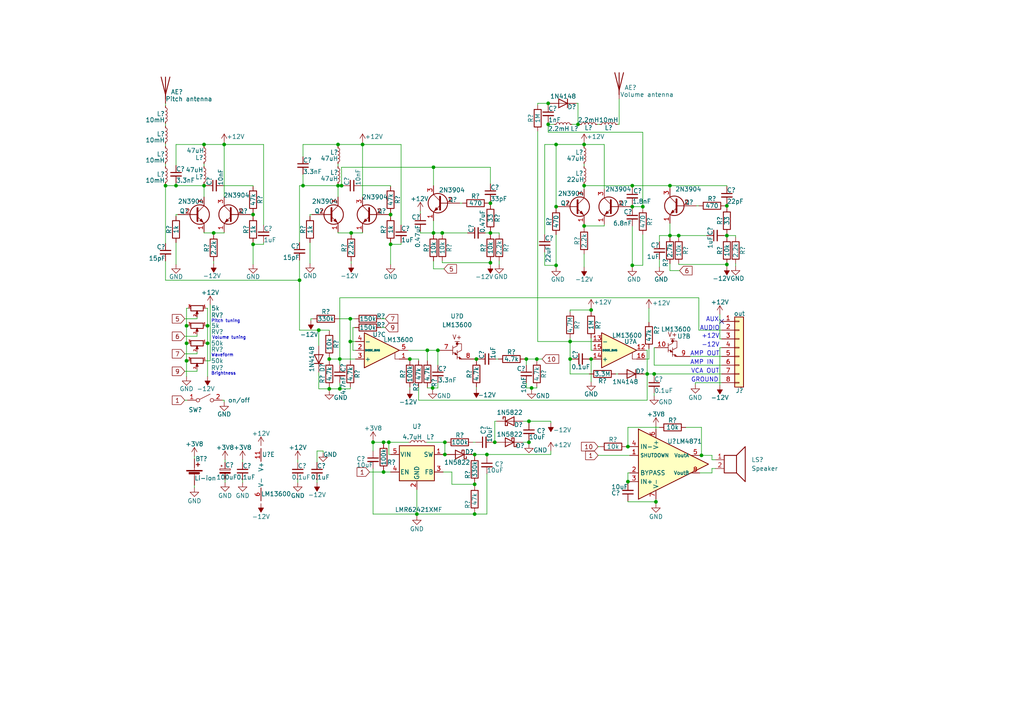
<source format=kicad_sch>
(kicad_sch (version 20211123) (generator eeschema)
  (paper "A4")
  (title_block (title "Moog etherwave theremin, battery powered.") (date "2022-12-26") (comment 2 "Mikhail Belkin (dltech174@gmail.com +7-960-961-54-27)"))
  (junction (at 142.24 76.2))
  (junction (at 143.51 128.27))
  (junction (at 87.884 53.848))
  (junction (at 196.85 68.326))
  (junction (at 129.032 128.27))
  (junction (at 101.6 92.456))
  (junction (at 141.224 131.826))
  (junction (at 210.82 59.69))
  (junction (at 165.354 104.14))
  (junction (at 190.246 145.542))
  (junction (at 118.872 104.14))
  (junction (at 113.284 62.23))
  (junction (at 159.004 29.972))
  (junction (at 98.044 41.91))
  (junction (at 153.416 128.27))
  (junction (at 183.388 53.848))
  (junction (at 125.73 67.564))
  (junction (at 86.868 81.28))
  (junction (at 113.284 70.866))
  (junction (at 95.504 112.776))
  (junction (at 99.06 53.848))
  (junction (at 194.31 53.848))
  (junction (at 98.552 104.14))
  (junction (at 171.45 104.14))
  (junction (at 108.204 128.27))
  (junction (at 101.854 67.564))
  (junction (at 61.976 67.564))
  (junction (at 210.82 68.326))
  (junction (at 128.27 67.564))
  (junction (at 194.31 68.326))
  (junction (at 111.252 128.27))
  (junction (at 60.198 99.568))
  (junction (at 182.118 139.7))
  (junction (at 159.004 36.068))
  (junction (at 161.29 59.944))
  (junction (at 123.952 101.6))
  (junction (at 137.668 140.462))
  (junction (at 59.182 53.848))
  (junction (at 167.64 36.068))
  (junction (at 155.702 104.14))
  (junction (at 129.032 131.826))
  (junction (at 142.24 67.564))
  (junction (at 112.776 128.27))
  (junction (at 153.416 122.174))
  (junction (at 98.044 53.848))
  (junction (at 92.456 95.758))
  (junction (at 101.6 99.06))
  (junction (at 169.418 53.848))
  (junction (at 161.29 41.91))
  (junction (at 125.476 112.522))
  (junction (at 154.178 112.522))
  (junction (at 183.388 59.944))
  (junction (at 54.102 104.648))
  (junction (at 120.904 149.098))
  (junction (at 186.436 59.944))
  (junction (at 137.668 131.826))
  (junction (at 142.24 58.928))
  (junction (at 125.73 48.514))
  (junction (at 138.176 104.14))
  (junction (at 161.29 76.962))
  (junction (at 127 101.6))
  (junction (at 189.738 108.458))
  (junction (at 182.118 129.54))
  (junction (at 98.552 112.776))
  (junction (at 187.706 108.458))
  (junction (at 73.406 70.866))
  (junction (at 152.654 104.14))
  (junction (at 210.82 76.708))
  (junction (at 51.054 53.848))
  (junction (at 183.388 76.962))
  (junction (at 171.45 89.916))
  (junction (at 54.102 99.568))
  (junction (at 105.156 41.91))
  (junction (at 111.252 136.906))
  (junction (at 60.198 94.488))
  (junction (at 48.006 53.848))
  (junction (at 165.354 99.06))
  (junction (at 203.454 132.08))
  (junction (at 54.102 94.488))
  (junction (at 169.418 65.532))
  (junction (at 95.504 104.14))
  (junction (at 169.418 41.91))
  (junction (at 73.406 62.23))
  (junction (at 65.024 41.91))
  (junction (at 59.182 41.91))
  (junction (at 137.668 149.098))
  (no_connect (at 209.296 93.218))
  (wire (pts (xy 87.884 45.466) (xy 87.884 41.91)))
  (wire (pts (xy 123.952 101.6) (xy 127 101.6)))
  (wire (pts (xy 213.36 68.834) (xy 213.36 68.326)))
  (wire (pts (xy 111.252 136.398) (xy 111.252 136.906)))
  (wire (pts (xy 51.054 41.91) (xy 59.182 41.91)))
  (wire (pts (xy 48.006 53.34) (xy 48.006 53.848)))
  (wire (pts (xy 90.17 92.456) (xy 90.678 92.456)))
  (wire (pts (xy 53.594 116.078) (xy 54.356 116.078)))
  (wire (pts (xy 95.504 112.776) (xy 95.504 113.284)))
  (wire (pts (xy 125.73 48.514) (xy 142.24 48.514)))
  (wire (pts (xy 182.88 59.944) (xy 183.388 59.944)))
  (wire (pts (xy 112.776 128.27) (xy 118.618 128.27)))
  (wire (pts (xy 142.24 58.42) (xy 142.24 58.928)))
  (wire (pts (xy 65.278 133.35) (xy 65.278 134.112)))
  (wire (pts (xy 121.412 116.078) (xy 187.706 116.078)))
  (wire (pts (xy 101.854 67.564) (xy 101.854 68.072)))
  (wire (pts (xy 61.976 67.564) (xy 65.024 67.564)))
  (wire (pts (xy 155.956 29.972) (xy 159.004 29.972)))
  (wire (pts (xy 138.176 112.268) (xy 138.176 112.776)))
  (wire (pts (xy 60.198 94.488) (xy 60.198 99.568)))
  (wire (pts (xy 128.27 67.564) (xy 125.73 67.564)))
  (wire (pts (xy 129.032 128.27) (xy 129.54 128.27)))
  (wire (pts (xy 179.07 36.068) (xy 179.578 36.068)))
  (wire (pts (xy 153.416 122.174) (xy 159.766 122.174)))
  (wire (pts (xy 76.454 41.91) (xy 76.454 65.278)))
  (wire (pts (xy 201.676 110.998) (xy 209.296 110.998)))
  (wire (pts (xy 53.594 102.616) (xy 57.15 102.616)))
  (wire (pts (xy 169.418 47.498) (xy 169.418 48.26)))
  (wire (pts (xy 154.178 112.522) (xy 154.178 113.03)))
  (wire (pts (xy 188.214 89.408) (xy 188.214 93.472)))
  (wire (pts (xy 99.06 48.514) (xy 125.73 48.514)))
  (wire (pts (xy 65.024 41.91) (xy 65.024 57.15)))
  (wire (pts (xy 202.946 137.16) (xy 206.502 137.16)))
  (wire (pts (xy 101.854 75.692) (xy 101.854 76.454)))
  (wire (pts (xy 60.198 94.488) (xy 59.69 94.488)))
  (wire (pts (xy 189.738 114.046) (xy 189.738 114.808)))
  (wire (pts (xy 127 112.522) (xy 127 110.998)))
  (wire (pts (xy 170.942 104.14) (xy 171.45 104.14)))
  (wire (pts (xy 98.044 41.91) (xy 98.044 42.418)))
  (wire (pts (xy 51.054 53.848) (xy 59.182 53.848)))
  (wire (pts (xy 98.552 104.14) (xy 103.124 104.14)))
  (wire (pts (xy 48.006 81.28) (xy 48.006 75.692)))
  (wire (pts (xy 159.004 36.068) (xy 159.004 35.56)))
  (wire (pts (xy 101.6 104.648) (xy 101.6 99.06)))
  (wire (pts (xy 92.456 112.776) (xy 95.504 112.776)))
  (wire (pts (xy 182.118 145.542) (xy 190.246 145.542)))
  (wire (pts (xy 121.412 104.14) (xy 121.412 104.648)))
  (wire (pts (xy 54.102 94.488) (xy 54.61 94.488)))
  (wire (pts (xy 73.406 70.866) (xy 73.406 76.708)))
  (wire (pts (xy 161.29 60.452) (xy 161.29 59.944)))
  (wire (pts (xy 181.61 129.54) (xy 182.118 129.54)))
  (wire (pts (xy 113.284 131.826) (xy 112.776 131.826)))
  (wire (pts (xy 113.284 62.23) (xy 113.284 62.738)))
  (wire (pts (xy 138.176 104.14) (xy 138.684 104.14)))
  (wire (pts (xy 143.764 104.14) (xy 144.526 104.14)))
  (wire (pts (xy 60.198 99.568) (xy 59.69 99.568)))
  (wire (pts (xy 165.354 99.06) (xy 165.354 98.044)))
  (wire (pts (xy 108.204 135.89) (xy 108.204 149.098)))
  (wire (pts (xy 73.406 53.848) (xy 64.77 53.848)))
  (wire (pts (xy 203.454 123.952) (xy 203.454 132.08)))
  (wire (pts (xy 61.976 67.564) (xy 61.976 68.072)))
  (wire (pts (xy 138.176 104.14) (xy 138.176 104.648)))
  (wire (pts (xy 209.296 98.298) (xy 208.788 98.298)))
  (wire (pts (xy 107.188 136.906) (xy 111.252 136.906)))
  (wire (pts (xy 57.15 97.536) (xy 57.15 97.028)))
  (wire (pts (xy 153.416 128.27) (xy 153.416 127.762)))
  (wire (pts (xy 210.82 59.69) (xy 210.82 59.182)))
  (wire (pts (xy 206.502 133.35) (xy 207.518 133.35)))
  (wire (pts (xy 135.636 67.564) (xy 128.27 67.564)))
  (wire (pts (xy 120.904 149.098) (xy 108.204 149.098)))
  (wire (pts (xy 196.85 68.326) (xy 196.85 68.834)))
  (wire (pts (xy 153.416 128.27) (xy 153.416 128.778)))
  (wire (pts (xy 210.82 54.102) (xy 210.82 53.848)))
  (wire (pts (xy 161.29 59.944) (xy 161.29 41.91)))
  (wire (pts (xy 101.854 67.564) (xy 105.156 67.564)))
  (wire (pts (xy 165.354 89.916) (xy 171.45 89.916)))
  (wire (pts (xy 141.224 131.826) (xy 159.766 131.826)))
  (wire (pts (xy 194.31 68.326) (xy 194.31 68.834)))
  (wire (pts (xy 173.228 36.068) (xy 173.99 36.068)))
  (wire (pts (xy 51.054 70.358) (xy 51.054 76.708)))
  (wire (pts (xy 65.024 67.564) (xy 65.024 67.31)))
  (wire (pts (xy 89.916 62.738) (xy 89.916 62.23)))
  (wire (pts (xy 98.044 53.848) (xy 98.044 57.15)))
  (wire (pts (xy 125.73 77.978) (xy 125.73 75.692)))
  (wire (pts (xy 182.118 140.208) (xy 182.118 139.7)))
  (wire (pts (xy 98.298 92.456) (xy 101.6 92.456)))
  (wire (pts (xy 187.706 108.458) (xy 189.738 108.458)))
  (wire (pts (xy 105.156 67.564) (xy 105.156 67.31)))
  (wire (pts (xy 98.044 67.564) (xy 101.854 67.564)))
  (wire (pts (xy 59.182 53.848) (xy 59.182 57.15)))
  (wire (pts (xy 118.364 104.14) (xy 118.872 104.14)))
  (wire (pts (xy 86.36 133.35) (xy 86.36 134.112)))
  (wire (pts (xy 86.868 81.28) (xy 86.868 95.758)))
  (wire (pts (xy 105.156 41.402) (xy 105.156 41.91)))
  (wire (pts (xy 99.06 48.514) (xy 99.06 53.848)))
  (wire (pts (xy 186.436 60.452) (xy 186.436 59.944)))
  (wire (pts (xy 157.988 73.152) (xy 157.988 76.962)))
  (wire (pts (xy 159.766 131.826) (xy 159.766 130.81)))
  (wire (pts (xy 143.51 128.27) (xy 144.018 128.27)))
  (wire (pts (xy 169.418 41.91) (xy 169.418 42.418)))
  (wire (pts (xy 127 101.6) (xy 127 105.918)))
  (wire (pts (xy 137.668 140.462) (xy 137.668 140.97)))
  (wire (pts (xy 142.24 59.436) (xy 142.24 58.928)))
  (wire (pts (xy 110.49 92.456) (xy 111.76 92.456)))
  (wire (pts (xy 98.552 112.776) (xy 98.552 110.998)))
  (wire (pts (xy 169.418 73.66) (xy 169.418 77.47)))
  (wire (pts (xy 98.552 105.918) (xy 98.552 104.14)))
  (wire (pts (xy 120.904 149.098) (xy 120.904 149.606)))
  (wire (pts (xy 98.552 104.14) (xy 98.552 86.36)))
  (wire (pts (xy 155.702 104.648) (xy 155.702 104.14)))
  (wire (pts (xy 182.118 145.288) (xy 182.118 145.542)))
  (wire (pts (xy 137.668 139.954) (xy 137.668 140.462)))
  (wire (pts (xy 173.482 132.08) (xy 182.626 132.08)))
  (wire (pts (xy 196.85 76.708) (xy 196.85 76.454)))
  (wire (pts (xy 95.504 95.758) (xy 92.456 95.758)))
  (wire (pts (xy 59.69 89.408) (xy 60.198 89.408)))
  (wire (pts (xy 129.032 131.826) (xy 129.032 128.27)))
  (wire (pts (xy 98.552 104.14) (xy 95.504 104.14)))
  (wire (pts (xy 182.118 139.7) (xy 182.626 139.7)))
  (wire (pts (xy 171.45 101.6) (xy 171.45 98.044)))
  (wire (pts (xy 120.904 141.986) (xy 120.904 149.098)))
  (wire (pts (xy 65.278 139.192) (xy 65.278 139.954)))
  (wire (pts (xy 121.92 67.056) (xy 121.92 67.564)))
  (wire (pts (xy 129.032 131.826) (xy 129.54 131.826)))
  (wire (pts (xy 125.73 64.008) (xy 125.73 67.564)))
  (wire (pts (xy 194.31 53.848) (xy 194.31 54.61)))
  (wire (pts (xy 48.006 53.848) (xy 51.054 53.848)))
  (wire (pts (xy 183.388 65.532) (xy 183.388 76.962)))
  (wire (pts (xy 101.6 92.456) (xy 101.6 99.06)))
  (wire (pts (xy 187.706 108.458) (xy 187.706 116.078)))
  (wire (pts (xy 118.872 104.14) (xy 121.412 104.14)))
  (wire (pts (xy 137.16 131.826) (xy 137.668 131.826)))
  (wire (pts (xy 128.27 76.2) (xy 142.24 76.2)))
  (wire (pts (xy 190.246 145.542) (xy 190.246 146.05)))
  (wire (pts (xy 154.178 112.522) (xy 155.702 112.522)))
  (wire (pts (xy 196.85 76.708) (xy 210.82 76.708)))
  (wire (pts (xy 98.552 86.36) (xy 202.692 86.36)))
  (wire (pts (xy 125.73 67.564) (xy 121.92 67.564)))
  (wire (pts (xy 183.388 77.47) (xy 183.388 76.962)))
  (wire (pts (xy 182.118 123.952) (xy 182.118 129.54)))
  (wire (pts (xy 111.252 136.906) (xy 113.284 136.906)))
  (wire (pts (xy 118.872 112.268) (xy 118.872 113.03)))
  (wire (pts (xy 137.16 128.27) (xy 137.922 128.27)))
  (wire (pts (xy 187.706 108.458) (xy 187.706 101.6)))
  (wire (pts (xy 141.224 137.414) (xy 141.224 149.098)))
  (wire (pts (xy 161.29 41.91) (xy 169.418 41.91)))
  (wire (pts (xy 173.482 129.54) (xy 173.99 129.54)))
  (wire (pts (xy 59.182 53.848) (xy 59.69 53.848)))
  (wire (pts (xy 152.654 104.14) (xy 155.702 104.14)))
  (wire (pts (xy 60.96 88.392) (xy 60.96 104.648)))
  (wire (pts (xy 159.766 122.174) (xy 159.766 122.682)))
  (wire (pts (xy 51.054 62.23) (xy 51.562 62.23)))
  (wire (pts (xy 202.692 95.758) (xy 202.692 86.36)))
  (wire (pts (xy 137.668 149.098) (xy 120.904 149.098)))
  (wire (pts (xy 161.29 77.47) (xy 161.29 76.962)))
  (wire (pts (xy 179.578 28.702) (xy 179.578 36.068)))
  (wire (pts (xy 73.406 62.23) (xy 73.406 62.738)))
  (wire (pts (xy 92.456 107.95) (xy 92.456 112.776)))
  (wire (pts (xy 140.716 67.564) (xy 142.24 67.564)))
  (wire (pts (xy 155.702 104.14) (xy 157.226 104.14)))
  (wire (pts (xy 123.952 101.6) (xy 123.952 104.648)))
  (wire (pts (xy 144.78 75.692) (xy 144.78 76.708)))
  (wire (pts (xy 87.884 41.91) (xy 98.044 41.91)))
  (wire (pts (xy 118.364 101.6) (xy 123.952 101.6)))
  (wire (pts (xy 86.868 81.28) (xy 48.006 81.28)))
  (wire (pts (xy 203.454 132.08) (xy 206.502 132.08)))
  (wire (pts (xy 165.354 108.458) (xy 170.942 108.458)))
  (wire (pts (xy 165.354 99.06) (xy 155.956 99.06)))
  (wire (pts (xy 155.956 38.1) (xy 155.956 99.06)))
  (wire (pts (xy 143.002 128.27) (xy 143.51 128.27)))
  (wire (pts (xy 137.668 131.826) (xy 141.224 131.826)))
  (wire (pts (xy 51.054 48.006) (xy 51.054 41.91)))
  (wire (pts (xy 101.6 99.06) (xy 103.124 99.06)))
  (wire (pts (xy 155.702 112.522) (xy 155.702 112.268)))
  (wire (pts (xy 72.644 62.23) (xy 73.406 62.23)))
  (wire (pts (xy 131.064 136.906) (xy 131.064 140.462)))
  (wire (pts (xy 105.156 41.91) (xy 105.156 57.15)))
  (wire (pts (xy 65.024 41.402) (xy 65.024 41.91)))
  (wire (pts (xy 159.004 36.068) (xy 159.004 38.354)))
  (wire (pts (xy 73.406 61.722) (xy 73.406 62.23)))
  (wire (pts (xy 54.102 104.648) (xy 54.102 109.22)))
  (wire (pts (xy 86.868 53.848) (xy 86.868 70.358)))
  (wire (pts (xy 186.436 38.354) (xy 159.004 38.354)))
  (wire (pts (xy 70.358 133.35) (xy 70.358 134.112)))
  (wire (pts (xy 127 101.6) (xy 127.508 101.6)))
  (wire (pts (xy 159.004 30.48) (xy 159.004 29.972)))
  (wire (pts (xy 113.284 70.358) (xy 113.284 70.866)))
  (wire (pts (xy 213.36 68.326) (xy 210.82 68.326)))
  (wire (pts (xy 161.29 76.962) (xy 157.988 76.962)))
  (wire (pts (xy 159.004 36.068) (xy 160.782 36.068)))
  (wire (pts (xy 101.6 112.776) (xy 101.6 112.268)))
  (wire (pts (xy 142.24 76.2) (xy 142.24 76.708)))
  (wire (pts (xy 200.152 103.378) (xy 209.296 103.378)))
  (wire (pts (xy 190.246 123.698) (xy 190.246 124.46)))
  (wire (pts (xy 128.524 131.826) (xy 129.032 131.826)))
  (wire (pts (xy 196.85 68.326) (xy 194.31 68.326)))
  (wire (pts (xy 142.24 76.2) (xy 142.24 75.692)))
  (wire (pts (xy 54.102 99.568) (xy 54.102 104.648)))
  (wire (pts (xy 99.568 53.848) (xy 99.06 53.848)))
  (wire (pts (xy 54.102 99.568) (xy 54.61 99.568)))
  (wire (pts (xy 112.776 62.23) (xy 113.284 62.23)))
  (wire (pts (xy 95.504 96.012) (xy 95.504 95.758)))
  (wire (pts (xy 187.198 104.14) (xy 188.214 104.14)))
  (wire (pts (xy 125.476 112.522) (xy 125.476 113.03)))
  (wire (pts (xy 187.706 101.6) (xy 187.198 101.6)))
  (wire (pts (xy 57.15 102.616) (xy 57.15 102.108)))
  (wire (pts (xy 169.418 53.848) (xy 169.418 54.864)))
  (wire (pts (xy 129.032 128.27) (xy 123.698 128.27)))
  (wire (pts (xy 86.868 75.438) (xy 86.868 81.28)))
  (wire (pts (xy 128.27 67.564) (xy 128.27 68.072)))
  (wire (pts (xy 53.594 97.536) (xy 57.15 97.536)))
  (wire (pts (xy 208.788 91.186) (xy 208.788 98.298)))
  (wire (pts (xy 116.332 70.358) (xy 116.332 70.866)))
  (wire (pts (xy 65.024 116.078) (xy 65.024 116.586)))
  (wire (pts (xy 91.948 130.81) (xy 93.726 130.81)))
  (wire (pts (xy 194.31 64.77) (xy 194.31 68.326)))
  (wire (pts (xy 131.064 136.906) (xy 128.524 136.906)))
  (wire (pts (xy 186.436 59.944) (xy 186.436 38.354)))
  (wire (pts (xy 137.668 131.826) (xy 137.668 132.334)))
  (wire (pts (xy 59.182 67.31) (xy 59.182 67.564)))
  (wire (pts (xy 118.872 104.14) (xy 118.872 104.648)))
  (wire (pts (xy 53.594 92.456) (xy 57.15 92.456)))
  (wire (pts (xy 213.36 76.454) (xy 213.36 77.216)))
  (wire (pts (xy 87.884 53.848) (xy 98.044 53.848)))
  (wire (pts (xy 171.958 101.6) (xy 171.45 101.6)))
  (wire (pts (xy 113.284 54.102) (xy 113.284 53.848)))
  (wire (pts (xy 171.45 104.14) (xy 171.958 104.14)))
  (wire (pts (xy 167.64 29.972) (xy 167.132 29.972)))
  (wire (pts (xy 48.006 47.498) (xy 48.006 48.26)))
  (wire (pts (xy 206.502 132.08) (xy 206.502 133.35)))
  (wire (pts (xy 51.054 62.738) (xy 51.054 62.23)))
  (wire (pts (xy 142.24 67.056) (xy 142.24 67.564)))
  (wire (pts (xy 161.29 68.072) (xy 161.29 76.962)))
  (wire (pts (xy 191.262 123.952) (xy 182.118 123.952)))
  (wire (pts (xy 121.412 112.268) (xy 121.412 116.078)))
  (wire (pts (xy 54.102 94.488) (xy 54.102 99.568)))
  (wire (pts (xy 151.638 128.27) (xy 153.416 128.27)))
  (wire (pts (xy 153.416 122.174) (xy 153.416 122.682)))
  (wire (pts (xy 151.638 122.174) (xy 153.416 122.174)))
  (wire (pts (xy 197.104 78.486) (xy 194.31 78.486)))
  (wire (pts (xy 133.35 58.928) (xy 134.112 58.928)))
  (wire (pts (xy 101.6 92.456) (xy 102.87 92.456)))
  (wire (pts (xy 189.992 100.838) (xy 189.738 100.838)))
  (wire (pts (xy 48.006 29.972) (xy 48.006 30.734)))
  (wire (pts (xy 165.354 90.424) (xy 165.354 89.916)))
  (wire (pts (xy 194.31 78.486) (xy 194.31 76.454)))
  (wire (pts (xy 165.862 36.068) (xy 167.64 36.068)))
  (wire (pts (xy 61.976 75.692) (xy 61.976 76.454)))
  (wire (pts (xy 86.868 95.758) (xy 92.456 95.758)))
  (wire (pts (xy 189.738 100.838) (xy 189.738 105.918)))
  (wire (pts (xy 102.362 94.996) (xy 102.362 101.6)))
  (wire (pts (xy 121.92 61.214) (xy 121.92 61.976)))
  (wire (pts (xy 157.988 68.072) (xy 157.988 41.91)))
  (wire (pts (xy 98.552 112.776) (xy 101.6 112.776)))
  (wire (pts (xy 98.044 67.31) (xy 98.044 67.564)))
  (wire (pts (xy 95.504 112.776) (xy 95.504 112.268)))
  (wire (pts (xy 183.388 53.848) (xy 194.31 53.848)))
  (wire (pts (xy 191.262 75.184) (xy 191.262 77.47)))
  (wire (pts (xy 86.868 53.848) (xy 87.884 53.848)))
  (wire (pts (xy 191.262 68.326) (xy 194.31 68.326)))
  (wire (pts (xy 65.024 41.91) (xy 76.454 41.91)))
  (wire (pts (xy 70.358 139.192) (xy 70.358 139.954)))
  (wire (pts (xy 201.93 59.69) (xy 202.692 59.69)))
  (wire (pts (xy 113.284 61.722) (xy 113.284 62.23)))
  (wire (pts (xy 169.418 53.34) (xy 169.418 53.848)))
  (wire (pts (xy 191.262 70.104) (xy 191.262 68.326)))
  (wire (pts (xy 48.006 41.656) (xy 48.006 42.418)))
  (wire (pts (xy 102.87 94.996) (xy 102.362 94.996)))
  (wire (pts (xy 196.85 68.326) (xy 204.978 68.326)))
  (wire (pts (xy 189.738 108.458) (xy 189.738 108.966)))
  (wire (pts (xy 210.82 59.69) (xy 210.82 60.198)))
  (wire (pts (xy 171.45 104.14) (xy 171.45 110.744)))
  (wire (pts (xy 175.26 41.91) (xy 169.418 41.91)))
  (wire (pts (xy 91.948 134.112) (xy 91.948 130.81)))
  (wire (pts (xy 142.24 67.564) (xy 142.24 68.072)))
  (wire (pts (xy 54.102 89.408) (xy 54.102 94.488)))
  (wire (pts (xy 210.82 76.708) (xy 210.82 77.216)))
  (wire (pts (xy 210.82 76.454) (xy 210.82 76.708)))
  (wire (pts (xy 171.45 89.916) (xy 171.45 90.424)))
  (wire (pts (xy 171.958 99.06) (xy 165.354 99.06)))
  (wire (pts (xy 113.284 76.708) (xy 113.284 70.866)))
  (wire (pts (xy 87.884 50.546) (xy 87.884 53.848)))
  (wire (pts (xy 48.006 35.814) (xy 48.006 36.576)))
  (wire (pts (xy 167.64 36.068) (xy 168.148 36.068)))
  (wire (pts (xy 123.952 112.522) (xy 125.476 112.522)))
  (wire (pts (xy 182.118 139.7) (xy 182.118 137.16)))
  (wire (pts (xy 169.418 65.532) (xy 169.418 66.04)))
  (wire (pts (xy 210.312 59.69) (xy 210.82 59.69)))
  (wire (pts (xy 51.054 53.086) (xy 51.054 53.848)))
  (wire (pts (xy 209.296 95.758) (xy 202.692 95.758)))
  (wire (pts (xy 208.788 111.76) (xy 208.788 100.838)))
  (wire (pts (xy 198.882 123.952) (xy 203.454 123.952)))
  (wire (pts (xy 159.004 29.972) (xy 159.512 29.972)))
  (wire (pts (xy 142.24 67.564) (xy 144.78 67.564)))
  (wire (pts (xy 89.916 62.23) (xy 90.424 62.23)))
  (wire (pts (xy 144.018 122.174) (xy 143.51 122.174)))
  (wire (pts (xy 169.418 65.024) (xy 169.418 65.532)))
  (wire (pts (xy 210.82 53.848) (xy 194.31 53.848)))
  (wire (pts (xy 169.418 53.848) (xy 183.388 53.848)))
  (wire (pts (xy 161.29 59.944) (xy 161.798 59.944)))
  (wire (pts (xy 210.82 68.326) (xy 210.82 68.834)))
  (wire (pts (xy 186.436 68.072) (xy 186.436 76.962)))
  (wire (pts (xy 210.82 67.818) (xy 210.82 68.326)))
  (wire (pts (xy 59.69 104.648) (xy 60.96 104.648)))
  (wire (pts (xy 108.204 127.762) (xy 108.204 128.27)))
  (wire (pts (xy 137.668 104.14) (xy 138.176 104.14)))
  (wire (pts (xy 141.224 149.098) (xy 137.668 149.098)))
  (wire (pts (xy 183.388 59.944) (xy 183.388 60.452)))
  (wire (pts (xy 56.388 132.334) (xy 56.388 133.096)))
  (wire (pts (xy 76.454 70.358) (xy 76.454 70.866)))
  (wire (pts (xy 59.182 67.564) (xy 61.976 67.564)))
  (wire (pts (xy 54.102 104.648) (xy 54.61 104.648)))
  (wire (pts (xy 125.476 112.522) (xy 127 112.522)))
  (wire (pts (xy 89.916 70.358) (xy 89.916 76.454)))
  (wire (pts (xy 57.15 92.456) (xy 57.15 91.948)))
  (wire (pts (xy 98.044 53.34) (xy 98.044 53.848)))
  (wire (pts (xy 125.73 48.514) (xy 125.73 53.848)))
  (wire (pts (xy 76.454 70.866) (xy 73.406 70.866)))
  (wire (pts (xy 183.388 59.436) (xy 183.388 59.944)))
  (wire (pts (xy 92.456 95.758) (xy 92.456 100.33)))
  (wire (pts (xy 98.044 53.848) (xy 99.06 53.848)))
  (wire (pts (xy 144.78 68.072) (xy 144.78 67.564)))
  (wire (pts (xy 95.504 104.14) (xy 95.504 104.648)))
  (wire (pts (xy 175.26 54.864) (xy 175.26 41.91)))
  (wire (pts (xy 59.182 41.91) (xy 65.024 41.91)))
  (wire (pts (xy 152.654 112.522) (xy 152.654 110.998)))
  (wire (pts (xy 157.988 41.91) (xy 161.29 41.91)))
  (wire (pts (xy 64.516 116.078) (xy 65.024 116.078)))
  (wire (pts (xy 95.504 103.632) (xy 95.504 104.14)))
  (wire (pts (xy 137.668 149.098) (xy 137.668 148.59)))
  (wire (pts (xy 57.15 107.696) (xy 57.15 107.188)))
  (wire (pts (xy 171.45 89.408) (xy 171.45 89.916)))
  (wire (pts (xy 142.24 58.928) (xy 141.732 58.928)))
  (wire (pts (xy 189.738 108.458) (xy 209.296 108.458)))
  (wire (pts (xy 206.502 137.16) (xy 206.502 135.89)))
  (wire (pts (xy 183.388 76.962) (xy 186.436 76.962)))
  (wire (pts (xy 56.388 140.716) (xy 56.388 141.478)))
  (wire (pts (xy 111.252 128.27) (xy 111.252 128.778)))
  (wire (pts (xy 182.118 137.16) (xy 182.626 137.16)))
  (wire (pts (xy 186.436 59.944) (xy 183.388 59.944)))
  (wire (pts (xy 201.676 111.506) (xy 201.676 110.998)))
  (wire (pts (xy 86.36 139.192) (xy 86.36 139.954)))
  (wire (pts (xy 154.178 112.522) (xy 152.654 112.522)))
  (wire (pts (xy 208.788 100.838) (xy 209.296 100.838)))
  (wire (pts (xy 152.146 104.14) (xy 152.654 104.14)))
  (wire (pts (xy 206.502 135.89) (xy 207.518 135.89)))
  (wire (pts (xy 111.252 128.27) (xy 112.776 128.27)))
  (wire (pts (xy 152.654 104.14) (xy 152.654 105.918)))
  (wire (pts (xy 73.406 70.358) (xy 73.406 70.866)))
  (wire (pts (xy 60.198 89.408) (xy 60.198 94.488)))
  (wire (pts (xy 59.182 53.34) (xy 59.182 53.848)))
  (wire (pts (xy 73.406 54.102) (xy 73.406 53.848)))
  (wire (pts (xy 48.006 70.612) (xy 48.006 53.848)))
  (wire (pts (xy 169.418 65.532) (xy 175.26 65.532)))
  (wire (pts (xy 186.944 108.458) (xy 187.706 108.458)))
  (wire (pts (xy 183.388 53.848) (xy 183.388 54.356)))
  (wire (pts (xy 59.182 47.498) (xy 59.182 48.26)))
  (wire (pts (xy 165.354 99.06) (xy 165.354 104.14)))
  (wire (pts (xy 203.454 132.08) (xy 202.946 132.08)))
  (wire (pts (xy 169.418 41.402) (xy 169.418 41.91)))
  (wire (pts (xy 141.224 131.826) (xy 141.224 132.334)))
  (wire (pts (xy 137.668 140.462) (xy 131.064 140.462)))
  (wire (pts (xy 95.504 112.776) (xy 98.552 112.776)))
  (wire (pts (xy 59.182 41.91) (xy 59.182 42.418)))
  (wire (pts (xy 178.562 108.458) (xy 179.324 108.458)))
  (wire (pts (xy 105.156 41.91) (xy 116.332 41.91)))
  (wire (pts (xy 102.362 101.6) (xy 103.124 101.6)))
  (wire (pts (xy 54.61 89.408) (xy 54.102 89.408)))
  (wire (pts (xy 93.726 130.81) (xy 93.726 131.318)))
  (wire (pts (xy 182.118 129.54) (xy 182.626 129.54)))
  (wire (pts (xy 188.214 104.14) (xy 188.214 101.092)))
  (wire (pts (xy 116.332 41.91) (xy 116.332 65.278)))
  (wire (pts (xy 98.044 47.498) (xy 98.044 48.26)))
  (wire (pts (xy 155.956 29.972) (xy 155.956 30.48)))
  (wire (pts (xy 108.204 128.27) (xy 108.204 130.81)))
  (wire (pts (xy 128.778 77.978) (xy 125.73 77.978)))
  (wire (pts (xy 60.198 99.568) (xy 60.198 109.22)))
  (wire (pts (xy 125.73 67.564) (xy 125.73 68.072)))
  (wire (pts (xy 98.044 41.91) (xy 105.156 41.91)))
  (wire (pts (xy 128.27 75.692) (xy 128.27 76.2)))
  (wire (pts (xy 175.26 65.024) (xy 175.26 65.532)))
  (wire (pts (xy 104.648 53.848) (xy 113.284 53.848)))
  (wire (pts (xy 165.354 104.14) (xy 165.354 108.458)))
  (wire (pts (xy 113.284 70.866) (xy 116.332 70.866)))
  (wire (pts (xy 110.49 94.996) (xy 111.76 94.996)))
  (wire (pts (xy 142.24 48.514) (xy 142.24 53.34)))
  (wire (pts (xy 190.246 144.78) (xy 190.246 145.542)))
  (wire (pts (xy 123.952 112.268) (xy 123.952 112.522)))
  (wire (pts (xy 108.204 128.27) (xy 111.252 128.27)))
  (wire (pts (xy 90.17 92.964) (xy 90.17 92.456)))
  (wire (pts (xy 165.354 104.14) (xy 165.862 104.14)))
  (wire (pts (xy 112.776 128.27) (xy 112.776 131.826)))
  (wire (pts (xy 143.51 122.174) (xy 143.51 128.27)))
  (wire (pts (xy 91.948 139.192) (xy 91.948 139.954)))
  (wire (pts (xy 189.738 105.918) (xy 209.296 105.918)))
  (wire (pts (xy 210.058 68.326) (xy 210.82 68.326)))
  (wire (pts (xy 167.64 36.068) (xy 167.64 29.972)))
  (wire (pts (xy 53.594 107.696) (xy 57.15 107.696)))
  (text "AMP OUT" (at 200.152 103.378 0) (effects (font (size 1.27 1.27)) (justify left bottom)))
  (text "Brightness" (at 61.214 108.966 0) (effects (font (size 0.9 0.9)) (justify left bottom)))
  (text "AUX" (at 204.724 93.472 0) (effects (font (size 1.27 1.27)) (justify left bottom)))
  (text "AMP IN" (at 200.152 105.918 0) (effects (font (size 1.27 1.27)) (justify left bottom)))
  (text "-12V" (at 203.454 100.838 0) (effects (font (size 1.27 1.27)) (justify left bottom)))
  (text "GROUND" (at 200.406 110.998 0) (effects (font (size 1.27 1.27)) (justify left bottom)))
  (text "AUDIO" (at 202.946 96.012 0) (effects (font (size 1.27 1.27)) (justify left bottom)))
  (text "+12V" (at 203.454 98.298 0) (effects (font (size 1.27 1.27)) (justify left bottom)))
  (text "Pitch tuning" (at 61.214 93.726 0) (effects (font (size 0.9 0.9)) (justify left bottom)))
  (text "VCA OUT" (at 200.406 108.458 0) (effects (font (size 1.27 1.27)) (justify left bottom)))
  (text "Waveform" (at 61.214 103.632 0) (effects (font (size 0.9 0.9)) (justify left bottom)))
  (text "Volume tuning" (at 61.468 98.552 0) (effects (font (size 0.9 0.9)) (justify left bottom)))
  (global_label "9" (shape input) (at 53.594 107.696 180) (property "Обозначения листов" "${INTERSHEET_REFS}" (effects hide)))
  (global_label "5" (shape input) (at 128.778 77.978 0) (property "Обозначения листов" "${INTERSHEET_REFS}" (effects hide)))
  (global_label "1" (shape input) (at 53.594 116.078 180) (property "Обозначения листов" "${INTERSHEET_REFS}" (effects hide)))
  (global_label "1" (shape input) (at 107.188 136.906 180) (property "Обозначения листов" "${INTERSHEET_REFS}" (effects hide)))
  (global_label "10" (shape input) (at 157.226 104.14 0) (property "Обозначения листов" "${INTERSHEET_REFS}" (effects hide)))
  (global_label "7" (shape input) (at 111.76 92.456 0) (property "Обозначения листов" "${INTERSHEET_REFS}" (effects hide)))
  (global_label "7" (shape input) (at 53.594 102.616 180) (property "Обозначения листов" "${INTERSHEET_REFS}" (effects hide)))
  (global_label "6" (shape input) (at 53.594 97.536 180) (property "Обозначения листов" "${INTERSHEET_REFS}" (effects hide)))
  (global_label "10" (shape input) (at 173.482 129.54 180) (property "Обозначения листов" "${INTERSHEET_REFS}" (effects hide)))
  (global_label "1" (shape input) (at 173.482 132.08 180) (property "Обозначения листов" "${INTERSHEET_REFS}" (effects hide)))
  (global_label "9" (shape input) (at 111.76 94.996 0) (property "Обозначения листов" "${INTERSHEET_REFS}" (effects hide)))
  (global_label "6" (shape input) (at 197.104 78.486 0) (property "Обозначения листов" "${INTERSHEET_REFS}" (effects hide)))
  (global_label "5" (shape input) (at 53.594 92.456 180) (property "Обозначения листов" "${INTERSHEET_REFS}" (effects hide)))
  (symbol (lib_id "power:+12V") (at 208.788 91.186 0) (unit 1)
    (property "Reference" "#PWR?" (effects hide))
    (property "Value" "+12V" (at 208.788 87.63 0))
  )
  (symbol (lib_id "Device:Antenna") (at 48.006 24.892 0) (unit 1)
    (property "Reference" "AE?" (at 49.53 26.67 0) (effects (justify left)))
    (property "Value" "Pitch antenna" (at 48.006 28.702 0) (effects (justify left)))
  )
  (symbol (lib_id "Device:R") (at 161.29 64.262 180) (unit 1)
    (property "Reference" "R?" (at 159.258 64.262 90))
    (property "Value" "470" (at 161.29 64.262 90))
  )
  (symbol (lib_id "Device:R") (at 142.24 63.246 0) (mirror x) (unit 1)
    (property "Reference" "R?" (at 144.272 63.246 90))
    (property "Value" "33" (at 142.24 63.246 90))
  )
  (symbol (lib_id "power:GND") (at 73.406 76.708 0) (unit 1)
    (property "Reference" "#PWR?" (effects hide))
    (property "Value" "GND" (at 73.406 80.264 0))
  )
  (symbol (lib_id "power:+12V") (at 188.214 89.408 0) (unit 1)
    (property "Reference" "#PWR?" (effects hide))
    (property "Value" "+12V" (at 191.77 87.884 0))
  )
  (symbol (lib_id "power:+3V8") (at 70.358 133.35 0) (unit 1)
    (property "Reference" "#PWR?" (effects hide))
    (property "Value" "+3V8" (at 70.358 129.794 0))
  )
  (symbol (lib_id "power:GND") (at 201.676 111.506 0) (unit 1)
    (property "Reference" "#PWR?" (effects hide))
    (property "Value" "GND" (at 201.676 115.316 0))
  )
  (symbol (lib_id "Device:C_Small") (at 138.176 67.564 90) (unit 1)
    (property "Reference" "C?" (at 136.652 67.564 0) (effects (justify left)))
    (property "Value" "0.47uF" (at 139.954 67.564 0) (effects (justify left)))
  )
  (symbol (lib_id "Device:R") (at 210.82 64.008 180) (unit 1)
    (property "Reference" "R?" (at 208.788 64.008 90))
    (property "Value" "33" (at 210.82 64.008 90))
  )
  (symbol (lib_id "power:GND") (at 189.738 114.808 0) (unit 1)
    (property "Reference" "#PWR?" (effects hide))
    (property "Value" "GND" (at 193.04 116.586 0))
  )
  (symbol (lib_id "Device:R") (at 101.854 71.882 180) (unit 1)
    (property "Reference" "R?" (at 99.822 71.882 90))
    (property "Value" "2.2k" (at 101.854 71.882 90))
  )
  (symbol (lib_id "Device:R") (at 194.31 72.644 180) (unit 1)
    (property "Reference" "R?" (at 193.04 76.2 90))
    (property "Value" "2.7k" (at 194.31 72.644 90))
  )
  (symbol (lib_id "Device:Speaker") (at 212.598 133.35 0) (unit 1)
    (property "Reference" "LS?" (at 217.932 133.3499 0) (effects (justify left)))
    (property "Value" "Speaker" (at 217.932 135.8899 0) (effects (justify left)))
  )
  (symbol (lib_id "Device:R") (at 106.68 94.996 90) (unit 1)
    (property "Reference" "R?" (at 110.49 94.234 90))
    (property "Value" "150k" (at 106.68 94.996 90))
  )
  (symbol (lib_id "Device:R") (at 137.668 136.144 0) (unit 1)
    (property "Reference" "R?" (at 135.636 137.668 90))
    (property "Value" "330k" (at 137.668 136.144 90))
  )
  (symbol (lib_id "power:GND") (at 54.102 109.22 0) (unit 1)
    (property "Reference" "#PWR?" (effects hide))
    (property "Value" "GND" (at 54.102 112.776 0))
  )
  (symbol (lib_id "Device:L_Small") (at 169.418 44.958 0) (unit 1)
    (property "Reference" "L?" (at 166.878 44.196 0) (effects (justify left)))
    (property "Value" "47uH" (at 164.338 45.974 0) (effects (justify left)))
  )
  (symbol (lib_id "power:GND") (at 153.416 128.778 0) (unit 1)
    (property "Reference" "#PWR?" (effects hide))
    (property "Value" "GND" (at 156.718 130.556 0))
  )
  (symbol (lib_id "Device:R") (at 142.24 71.882 0) (mirror y) (unit 1)
    (property "Reference" "R?" (at 140.208 71.882 90))
    (property "Value" "10k" (at 142.24 71.882 90))
  )
  (symbol (lib_id "power:-12V") (at 208.788 111.76 180) (unit 1)
    (property "Reference" "#PWR?" (effects hide))
    (property "Value" "-12V" (at 208.788 115.316 0))
  )
  (symbol (lib_id "Device:R") (at 123.952 108.458 0) (unit 1)
    (property "Reference" "R?" (at 125.984 110.998 90))
    (property "Value" "4.7k" (at 123.952 108.458 90))
  )
  (symbol (lib_id "power:+12V") (at 60.96 88.392 0) (unit 1)
    (property "Reference" "#PWR?" (effects hide))
    (property "Value" "+12V" (at 60.96 84.836 0))
  )
  (symbol (lib_id "power:+12V") (at 159.766 130.81 0) (unit 1)
    (property "Reference" "#PWR?" (effects hide))
    (property "Value" "+12V" (at 163.068 129.032 0))
  )
  (symbol (lib_id "power:GND") (at 154.178 113.03 0) (unit 1)
    (property "Reference" "#PWR?" (effects hide))
    (property "Value" "GND" (at 157.48 114.808 0))
  )
  (symbol (lib_id "power:-12V") (at 138.176 112.776 180) (unit 1)
    (property "Reference" "#PWR?" (effects hide))
    (property "Value" "-12V" (at 141.224 114.554 0))
  )
  (symbol (lib_id "Device:L_Small") (at 98.044 44.958 0) (unit 1)
    (property "Reference" "L?" (at 95.758 44.196 0) (effects (justify left)))
    (property "Value" "47uH" (at 92.964 45.974 0) (effects (justify left)))
  )
  (symbol (lib_id "power:+12V") (at 171.45 89.408 0) (unit 1)
    (property "Reference" "#PWR?" (effects hide))
    (property "Value" "+12V" (at 174.752 87.63 0))
  )
  (symbol (lib_id "power:+3V8") (at 56.388 132.334 0) (unit 1)
    (property "Reference" "#PWR?" (effects hide))
    (property "Value" "+3V8" (at 56.388 128.778 0))
  )
  (symbol (lib_id "Device:R") (at 137.668 144.78 0) (unit 1)
    (property "Reference" "R?" (at 135.636 146.304 90))
    (property "Value" "47k" (at 137.668 144.78 90))
  )
  (symbol (lib_id "Device:C_Small") (at 152.654 108.458 0) (unit 1)
    (property "Reference" "C?" (at 149.86 106.934 0) (effects (justify left)))
    (property "Value" "10nF" (at 151.892 114.046 90) (effects (justify left)))
  )
  (symbol (lib_id "power:-12V") (at 75.692 146.05 180) (unit 1)
    (property "Reference" "#PWR?" (effects hide))
    (property "Value" "-12V" (at 75.692 149.86 0))
  )
  (symbol (lib_id "Device:R") (at 113.284 66.548 180) (unit 1)
    (property "Reference" "R?" (at 111.252 66.548 90))
    (property "Value" "1k" (at 113.284 66.548 90))
  )
  (symbol (lib_id "Device:L_Small") (at 169.418 50.8 0) (unit 1)
    (property "Reference" "L?" (at 166.878 50.292 0) (effects (justify left)))
    (property "Value" "22uH" (at 164.338 52.07 0) (effects (justify left)))
  )
  (symbol (lib_id "power:GND") (at 65.024 116.586 0) (unit 1)
    (property "Reference" "#PWR?" (effects hide))
    (property "Value" "GND" (at 65.024 120.142 0))
  )
  (symbol (lib_id "Device:R") (at 177.8 129.54 270) (unit 1)
    (property "Reference" "R?" (at 177.8 127.508 90))
    (property "Value" "10k" (at 177.8 129.54 90))
  )
  (symbol (lib_id "Device:R") (at 195.072 123.952 270) (unit 1)
    (property "Reference" "R?" (at 195.072 121.92 90))
    (property "Value" "10k" (at 195.072 123.952 90))
  )
  (symbol (lib_id "Connector_Generic:Conn_01x08") (at 214.376 100.838 0) (unit 1)
    (property "Reference" "J?" (at 213.36 113.284 0) (effects (justify left)))
    (property "Value" "out" (at 212.852 90.932 0) (effects (justify left)))
  )
  (symbol (lib_id "Device:R") (at 210.82 72.644 180) (unit 1)
    (property "Reference" "R?" (at 208.788 72.644 90))
    (property "Value" "10k" (at 210.82 72.644 90))
  )
  (symbol (lib_id "Device:R") (at 133.35 128.27 270) (unit 1)
    (property "Reference" "R?" (at 133.35 126.238 90))
    (property "Value" "100k" (at 133.35 128.27 90))
  )
  (symbol (lib_id "Transistor_BJT:2N3904") (at 128.27 58.928 0) (mirror y) (unit 1)
    (property "Reference" "Q?" (at 132.588 57.912 0) (effects (justify left)))
    (property "Value" "2N3904" (at 134.874 55.118 0) (effects (justify left)))
    (property "Footprint" "Package_TO_SOT_THT:TO-92_Inline" (effects hide))
    (property "Datasheet" "https://www.onsemi.com/pub/Collateral/2N3903-D.PDF" (effects hide))
  )
  (symbol (lib_id "Device:C_Small") (at 102.108 53.848 90) (unit 1)
    (property "Reference" "C?" (at 100.584 53.848 0) (effects (justify left)))
    (property "Value" "10nF" (at 103.886 53.848 0) (effects (justify left)))
  )
  (symbol (lib_id "Diode:1N5822") (at 133.35 131.826 180) (unit 1)
    (property "Reference" "D?" (at 136.144 131.064 0))
    (property "Value" "1N5822" (at 132.588 134.112 0))
    (property "Footprint" "Diode_THT:D_DO-201AD_P15.24mm_Horizontal" (effects hide))
    (property "Datasheet" "http://www.vishay.com/docs/88526/1n5820.pdf" (effects hide))
  )
  (symbol (lib_id "Device:L_Small") (at 48.006 39.116 0) (unit 1)
    (property "Reference" "L?" (at 45.466 38.862 0) (effects (justify left)))
    (property "Value" "10mH" (at 42.164 40.64 0) (effects (justify left)))
  )
  (symbol (lib_id "power:+3V8") (at 190.246 123.698 0) (unit 1)
    (property "Reference" "#PWR?" (effects hide))
    (property "Value" "+3V8" (at 190.246 120.142 0))
  )
  (symbol (lib_id "Device:L_Small") (at 48.006 44.958 0) (unit 1)
    (property "Reference" "L?" (at 45.466 44.704 0) (effects (justify left)))
    (property "Value" "10mH" (at 42.164 46.482 0) (effects (justify left)))
  )
  (symbol (lib_id "Device:R") (at 73.406 66.548 180) (unit 1)
    (property "Reference" "R?" (at 71.374 66.548 90))
    (property "Value" "1k" (at 73.406 66.548 90))
  )
  (symbol (lib_id "Device:R_Potentiometer_Small") (at 57.15 89.408 270) (unit 1)
    (property "Reference" "RV?" (at 62.992 91.44 90))
    (property "Value" "5k" (at 62.484 89.408 90))
  )
  (symbol (lib_id "Device:R") (at 155.956 34.29 180) (unit 1)
    (property "Reference" "R?" (at 153.924 34.29 90))
    (property "Value" "1M" (at 155.956 34.29 90))
  )
  (symbol (lib_id "Diode:1N4148") (at 92.456 104.14 270) (mirror x) (unit 1)
    (property "Reference" "D?" (at 93.472 107.95 0) (effects (justify left)))
    (property "Value" "1N4148" (at 90.424 107.95 0) (effects (justify left)))
    (property "Footprint" "Diode_THT:D_DO-35_SOD27_P7.62mm_Horizontal" (effects hide))
    (property "Datasheet" "https://assets.nexperia.com/documents/data-sheet/1N4148_1N4448.pdf" (effects hide))
  )
  (symbol (lib_id "Device:C_Small") (at 183.388 62.992 0) (unit 1)
    (property "Reference" "C?" (at 180.848 61.468 0) (effects (justify left)))
    (property "Value" "6.8nF" (at 177.8 64.77 0) (effects (justify left)))
  )
  (symbol (lib_id "power:+12V") (at 121.92 61.214 0) (unit 1)
    (property "Reference" "#PWR?" (effects hide))
    (property "Value" "+12V" (at 121.666 57.658 0))
  )
  (symbol (lib_id "power:-12V") (at 118.872 113.03 180) (unit 1)
    (property "Reference" "#PWR?" (effects hide))
    (property "Value" "-12V" (at 118.364 116.586 0))
  )
  (symbol (lib_id "power:GND") (at 113.284 76.708 0) (unit 1)
    (property "Reference" "#PWR?" (effects hide))
    (property "Value" "GND" (at 113.284 80.264 0))
  )
  (symbol (lib_id "Device:R") (at 206.502 59.69 90) (unit 1)
    (property "Reference" "R?" (at 206.502 57.658 90))
    (property "Value" "470" (at 206.502 59.69 90))
  )
  (symbol (lib_id "Device:C_Small") (at 157.988 70.612 0) (unit 1)
    (property "Reference" "C?" (at 157.988 69.088 0) (effects (justify left)))
    (property "Value" "22uF" (at 159.004 76.2 90) (effects (justify left)))
  )
  (symbol (lib_id "Device:R") (at 144.78 71.882 0) (unit 1)
    (property "Reference" "R?" (at 146.812 71.882 90))
    (property "Value" "2.2k" (at 144.78 71.882 90))
  )
  (symbol (lib_id "Device:R") (at 128.27 71.882 0) (unit 1)
    (property "Reference" "R?" (at 130.302 71.882 90))
    (property "Value" "10k" (at 128.27 71.882 90))
  )
  (symbol (lib_id "Device:C_Small") (at 168.402 104.14 90) (unit 1)
    (property "Reference" "C?" (at 166.878 104.14 0) (effects (justify left)))
    (property "Value" "0.1uF" (at 171.196 106.426 90) (effects (justify left)))
  )
  (symbol (lib_id "power:GND") (at 70.358 139.954 0) (unit 1)
    (property "Reference" "#PWR?" (effects hide))
    (property "Value" "GND" (at 70.358 143.764 0))
  )
  (symbol (lib_id "power:GND") (at 190.246 146.05 0) (unit 1)
    (property "Reference" "#PWR?" (effects hide))
    (property "Value" "GND" (at 190.246 149.86 0))
  )
  (symbol (lib_id "Device:R") (at 138.176 108.458 180) (unit 1)
    (property "Reference" "R?" (at 136.144 108.458 90))
    (property "Value" "4.7k" (at 138.176 108.458 90))
  )
  (symbol (lib_id "power:-12V") (at 90.17 92.964 180) (unit 1)
    (property "Reference" "#PWR?" (effects hide))
    (property "Value" "-12V" (at 89.662 97.028 0))
  )
  (symbol (lib_id "power:GND") (at 213.36 77.216 0) (unit 1)
    (property "Reference" "#PWR?" (effects hide))
    (property "Value" "GND" (at 213.868 80.772 0))
  )
  (symbol (lib_id "Device:R") (at 89.916 66.548 180) (unit 1)
    (property "Reference" "R?" (at 87.884 66.548 90))
    (property "Value" "1k" (at 89.916 66.548 90))
  )
  (symbol (lib_id "Device:R") (at 61.976 71.882 180) (unit 1)
    (property "Reference" "R?" (at 59.944 71.882 90))
    (property "Value" "2.2k" (at 61.976 71.882 90))
  )
  (symbol (lib_id "Device:C_Small") (at 191.262 72.644 0) (mirror y) (unit 1)
    (property "Reference" "C?" (at 191.262 71.12 0) (effects (justify left)))
    (property "Value" "1uF" (at 191.262 74.422 0) (effects (justify left)))
  )
  (symbol (lib_id "Device:L_Small") (at 48.006 33.274 0) (unit 1)
    (property "Reference" "L?" (at 45.466 33.02 0) (effects (justify left)))
    (property "Value" "10mH" (at 42.164 34.798 0) (effects (justify left)))
  )
  (symbol (lib_id "Diode:1N5822") (at 147.828 128.27 180) (unit 1)
    (property "Reference" "D?" (at 150.876 129.286 0))
    (property "Value" "1N5822" (at 147.828 125.984 0))
    (property "Footprint" "Diode_THT:D_DO-201AD_P15.24mm_Horizontal" (effects hide))
    (property "Datasheet" "http://www.vishay.com/docs/88526/1n5820.pdf" (effects hide))
  )
  (symbol (lib_id "Device:C_Small") (at 159.004 33.02 0) (unit 1)
    (property "Reference" "C?" (at 159.004 31.496 0) (effects (justify left)))
    (property "Value" "1nF" (at 159.004 34.798 0) (effects (justify left)))
  )
  (symbol (lib_id "Transistor_BJT:2N3904") (at 196.85 59.69 0) (mirror y) (unit 1)
    (property "Reference" "Q?" (at 201.168 58.674 0) (effects (justify left)))
    (property "Value" "2N3904" (at 203.454 54.864 0) (effects (justify left)))
    (property "Footprint" "Package_TO_SOT_THT:TO-92_Inline" (effects hide))
    (property "Datasheet" "https://www.onsemi.com/pub/Collateral/2N3903-D.PDF" (effects hide))
  )
  (symbol (lib_id "Switch:SW_SPST") (at 59.436 116.078 0) (unit 1)
    (property "Reference" "SW?" (at 56.642 118.872 0))
    (property "Value" "on/off" (at 69.342 116.078 0))
  )
  (symbol (lib_id "Device:R") (at 73.406 57.912 180) (unit 1)
    (property "Reference" "R?" (at 75.438 57.912 90))
    (property "Value" "47k" (at 73.406 57.912 90))
  )
  (symbol (lib_id "power:GND") (at 171.45 110.744 0) (unit 1)
    (property "Reference" "#PWR?" (effects hide))
    (property "Value" "GND" (at 171.45 114.3 0))
  )
  (symbol (lib_id "power:+12V") (at 169.418 41.402 0) (unit 1)
    (property "Reference" "#PWR?" (effects hide))
    (property "Value" "+12V" (at 172.72 39.624 0))
  )
  (symbol (lib_id "Device:R") (at 171.45 94.234 0) (mirror x) (unit 1)
    (property "Reference" "R?" (at 173.482 94.234 90))
    (property "Value" "1M" (at 171.45 94.234 90))
  )
  (symbol (lib_id "Device:R") (at 169.418 69.85 180) (unit 1)
    (property "Reference" "R?" (at 167.386 69.85 90))
    (property "Value" "2.2k" (at 169.418 69.85 90))
  )
  (symbol (lib_id "Device:C_Small") (at 51.054 50.546 0) (unit 1)
    (property "Reference" "C?" (at 51.054 49.022 0) (effects (justify left)))
    (property "Value" "3.3nF" (at 51.054 52.324 0) (effects (justify left)))
  )
  (symbol (lib_id "power:-12V") (at 159.766 122.682 180) (unit 1)
    (property "Reference" "#PWR?" (effects hide))
    (property "Value" "-12V" (at 163.068 124.714 0))
  )
  (symbol (lib_id "Device:C_Small") (at 153.416 125.222 0) (mirror y) (unit 1)
    (property "Reference" "C?" (at 158.242 124.968 0) (effects (justify left)))
    (property "Value" "10uF" (at 158.242 126.746 0) (effects (justify left)))
  )
  (symbol (lib_id "Device:R") (at 148.336 104.14 90) (unit 1)
    (property "Reference" "R?" (at 148.336 102.108 90))
    (property "Value" "4.7k" (at 148.336 104.14 90))
  )
  (symbol (lib_id "power:-12V") (at 61.976 76.454 180) (unit 1)
    (property "Reference" "#PWR?" (effects hide))
    (property "Value" "-12V" (at 61.468 80.01 0))
  )
  (symbol (lib_id "power:GND") (at 56.388 141.478 0) (unit 1)
    (property "Reference" "#PWR?" (effects hide))
    (property "Value" "GND" (at 56.388 145.288 0))
  )
  (symbol (lib_id "Amplifier_Operational:LM13600") (at 179.578 101.6 0) (unit 1)
    (property "Reference" "U?" (at 182.88 99.06 0))
    (property "Value" "LM13600" (at 181.864 97.282 0))
    (property "Datasheet" "http://pdf.datasheetcatalog.com/datasheet/nationalsemiconductor/DS007980.PDF" (effects hide))
  )
  (symbol (lib_id "power:GND") (at 144.78 76.708 0) (unit 1)
    (property "Reference" "#PWR?" (effects hide))
    (property "Value" "GND" (at 145.288 80.264 0))
  )
  (symbol (lib_id "power:-12V") (at 210.82 77.216 180) (unit 1)
    (property "Reference" "#PWR?" (effects hide))
    (property "Value" "-12V" (at 209.296 80.772 0))
  )
  (symbol (lib_id "power:+12V") (at 105.156 41.402 0) (unit 1)
    (property "Reference" "#PWR?" (effects hide))
    (property "Value" "+12V" (at 108.458 39.624 0))
  )
  (symbol (lib_id "power:GND") (at 51.054 76.708 0) (unit 1)
    (property "Reference" "#PWR?" (effects hide))
    (property "Value" "GND" (at 51.054 80.264 0))
  )
  (symbol (lib_id "Device:C_Small") (at 70.358 136.652 0) (unit 1)
    (property "Reference" "C?" (at 70.358 135.128 0) (effects (justify left)))
    (property "Value" "0.1uF" (at 68.58 138.43 0) (effects (justify left)))
  )
  (symbol (lib_id "Device:C_Small") (at 141.224 104.14 90) (unit 1)
    (property "Reference" "C?" (at 139.7 104.14 0) (effects (justify left)))
    (property "Value" "1uF" (at 143.002 104.14 0) (effects (justify left)))
  )
  (symbol (lib_id "power:-12V") (at 101.854 76.454 180) (unit 1)
    (property "Reference" "#PWR?" (effects hide))
    (property "Value" "-12V" (at 101.346 80.01 0))
  )
  (symbol (lib_id "power:GND") (at 125.476 113.03 0) (unit 1)
    (property "Reference" "#PWR?" (effects hide))
    (property "Value" "GND" (at 128.778 114.808 0))
  )
  (symbol (lib_id "power:+3V8") (at 108.204 127.762 0) (unit 1)
    (property "Reference" "#PWR?" (effects hide))
    (property "Value" "+3V8" (at 108.204 124.206 0))
  )
  (symbol (lib_id "Device:R") (at 111.252 132.588 180) (unit 1)
    (property "Reference" "R?" (at 113.538 134.112 0))
    (property "Value" "100k" (at 111.252 132.588 90))
  )
  (symbol (lib_id "Device:R_Potentiometer_Small") (at 57.15 94.488 270) (unit 1)
    (property "Reference" "RV?" (at 62.992 96.266 90))
    (property "Value" "5k" (at 62.484 94.488 90))
  )
  (symbol (lib_id "power:GND") (at 120.904 149.606 0) (unit 1)
    (property "Reference" "#PWR?" (effects hide))
    (property "Value" "GND" (at 120.904 153.416 0))
  )
  (symbol (lib_id "Device:C_Small") (at 116.332 67.818 0) (unit 1)
    (property "Reference" "C?" (at 116.332 66.294 0) (effects (justify left)))
    (property "Value" "1uF" (at 116.332 69.596 0) (effects (justify left)))
  )
  (symbol (lib_id "Device:R") (at 137.922 58.928 90) (unit 1)
    (property "Reference" "R?" (at 137.922 56.896 90))
    (property "Value" "470" (at 137.922 58.928 90))
  )
  (symbol (lib_id "Device:C_Small") (at 182.118 142.748 0) (mirror x) (unit 1)
    (property "Reference" "C?" (at 177.292 143.002 0) (effects (justify left)))
    (property "Value" "10uF" (at 177.292 141.224 0) (effects (justify left)))
  )
  (symbol (lib_id "Device:C_Small") (at 48.006 73.152 0) (mirror y) (unit 1)
    (property "Reference" "C?" (at 48.006 71.628 0) (effects (justify left)))
    (property "Value" "15pF" (at 48.006 74.93 0) (effects (justify left)))
  )
  (symbol (lib_id "Transistor_BJT:2N3904") (at 177.8 59.944 0) (mirror y) (unit 1)
    (property "Reference" "Q?" (at 182.118 58.928 0) (effects (justify left)))
    (property "Value" "2N3904" (at 183.134 54.864 0) (effects (justify left)))
    (property "Footprint" "Package_TO_SOT_THT:TO-92_Inline" (effects hide))
    (property "Datasheet" "https://www.onsemi.com/pub/Collateral/2N3903-D.PDF" (effects hide))
  )
  (symbol (lib_id "Device:R_Potentiometer_Small") (at 57.15 104.648 270) (unit 1)
    (property "Reference" "RV?" (at 62.992 106.68 90))
    (property "Value" "50k" (at 62.992 104.648 90))
  )
  (symbol (lib_id "Device:R") (at 101.6 108.458 0) (unit 1)
    (property "Reference" "R?" (at 103.632 108.458 90))
    (property "Value" "4.7k" (at 101.6 108.458 90))
  )
  (symbol (lib_id "Device:R") (at 94.488 92.456 90) (unit 1)
    (property "Reference" "R?" (at 94.488 90.424 90))
    (property "Value" "330k" (at 94.488 92.456 90))
  )
  (symbol (lib_id "Device:C_Small") (at 86.36 136.652 0) (unit 1)
    (property "Reference" "C?" (at 86.36 135.128 0) (effects (justify left)))
    (property "Value" "0.1uF" (at 84.582 138.43 0) (effects (justify left)))
  )
  (symbol (lib_id "power:GND") (at 93.726 131.318 0) (unit 1)
    (property "Reference" "#PWR?" (effects hide))
    (property "Value" "GND" (at 95.758 131.826 0))
  )
  (symbol (lib_id "Device:R") (at 95.504 99.822 0) (unit 1)
    (property "Reference" "R?" (at 97.536 99.822 90))
    (property "Value" "10k" (at 95.504 99.822 90))
  )
  (symbol (lib_id "Device:R") (at 174.752 108.458 90) (mirror x) (unit 1)
    (property "Reference" "R?" (at 174.752 110.49 90))
    (property "Value" "3.3M" (at 174.752 108.458 90))
  )
  (symbol (lib_id "Device:R") (at 118.872 108.458 180) (unit 1)
    (property "Reference" "R?" (at 116.84 108.458 90))
    (property "Value" "100k" (at 118.872 108.458 90))
  )
  (symbol (lib_id "power:GND") (at 191.262 77.47 0) (unit 1)
    (property "Reference" "#PWR?" (effects hide))
    (property "Value" "GND" (at 191.77 81.026 0))
  )
  (symbol (lib_id "Device:C_Small") (at 121.92 64.516 0) (mirror y) (unit 1)
    (property "Reference" "C?" (at 121.92 62.992 0) (effects (justify left)))
    (property "Value" "0.47uF" (at 121.158 71.882 90) (effects (justify left)))
  )
  (symbol (lib_id "Device:R") (at 155.702 108.458 0) (unit 1)
    (property "Reference" "R?" (at 157.734 108.458 90))
    (property "Value" "4.7k" (at 155.702 108.458 90))
  )
  (symbol (lib_id "power:GND") (at 65.278 139.954 0) (unit 1)
    (property "Reference" "#PWR?" (effects hide))
    (property "Value" "GND" (at 65.278 143.764 0))
  )
  (symbol (lib_id "power:-12V") (at 91.948 139.954 180) (unit 1)
    (property "Reference" "#PWR?" (effects hide))
    (property "Value" "-12V" (at 91.948 143.51 0))
  )
  (symbol (lib_id "Device:C_Small") (at 86.868 72.898 0) (unit 1)
    (property "Reference" "C?" (at 84.328 71.374 0) (effects (justify left)))
    (property "Value" "15pF" (at 82.042 74.676 0) (effects (justify left)))
  )
  (symbol (lib_id "Device:L_Small") (at 170.688 36.068 90) (unit 1)
    (property "Reference" "L?" (at 170.688 37.084 90))
    (property "Value" "2.2mH" (at 170.688 34.798 90))
  )
  (symbol (lib_id "power:GND") (at 183.388 77.47 0) (unit 1)
    (property "Reference" "#PWR?" (effects hide))
    (property "Value" "GND" (at 183.896 81.026 0))
  )
  (symbol (lib_id "Device:R") (at 106.68 92.456 90) (unit 1)
    (property "Reference" "R?" (at 110.49 91.694 90))
    (property "Value" "150k" (at 106.68 92.456 90))
  )
  (symbol (lib_id "Amplifier_Operational:LM13600") (at 197.612 100.838 0) (unit 2)
    (property "Reference" "U?" (at 198.374 97.536 0))
    (property "Value" "LM13600" (at 196.088 95.504 0))
    (property "Datasheet" "http://pdf.datasheetcatalog.com/datasheet/nationalsemiconductor/DS007980.PDF" (effects hide))
  )
  (symbol (lib_id "power:+3V8") (at 65.278 133.35 0) (unit 1)
    (property "Reference" "#PWR?" (effects hide))
    (property "Value" "+3V8" (at 65.278 129.794 0))
  )
  (symbol (lib_id "Regulator_Switching:LMR62421XMF") (at 120.904 134.366 0) (unit 1)
    (property "Reference" "U?" (at 120.904 123.698 0))
    (property "Value" "LMR62421XMF" (at 121.412 147.828 0))
    (property "Footprint" "Package_TO_SOT_SMD:SOT-23-5" (effects hide))
    (property "Datasheet" "http://www.ti.com/lit/ds/symlink/lmr62421.pdf" (effects hide))
  )
  (symbol (lib_id "Device:R") (at 165.354 94.234 0) (mirror x) (unit 1)
    (property "Reference" "R?" (at 167.386 94.234 90))
    (property "Value" "4.7M" (at 165.354 94.234 90))
  )
  (symbol (lib_id "Diode:1N4148") (at 163.322 29.972 180) (unit 1)
    (property "Reference" "D?" (at 167.132 30.988 0) (effects (justify left)))
    (property "Value" "1N4148" (at 167.132 27.94 0) (effects (justify left)))
    (property "Footprint" "Diode_THT:D_DO-35_SOD27_P7.62mm_Horizontal" (effects hide))
    (property "Datasheet" "https://assets.nexperia.com/documents/data-sheet/1N4148_1N4448.pdf" (effects hide))
  )
  (symbol (lib_id "Device:R") (at 121.412 108.458 180) (unit 1)
    (property "Reference" "R?" (at 120.65 112.268 90))
    (property "Value" "47k" (at 121.412 108.458 90))
  )
  (symbol (lib_id "Device:Battery_Cell") (at 56.388 138.176 0) (unit 1)
    (property "Reference" "BT?" (at 56.642 133.096 0) (effects (justify left)))
    (property "Value" "Li-ion" (at 56.388 138.684 0) (effects (justify left)))
  )
  (symbol (lib_id "Amplifier_Operational:LM13600") (at 135.128 101.6 0) (unit 4)
    (property "Reference" "U?" (at 132.588 91.694 0))
    (property "Value" "LM13600" (at 132.588 94.234 0))
    (property "Datasheet" "http://pdf.datasheetcatalog.com/datasheet/nationalsemiconductor/DS007980.PDF" (effects hide))
  )
  (symbol (lib_id "Device:L_Small") (at 98.044 50.8 0) (unit 1)
    (property "Reference" "L?" (at 95.758 50.038 0) (effects (justify left)))
    (property "Value" "47uH" (at 92.964 51.816 0) (effects (justify left)))
  )
  (symbol (lib_id "Device:C_Small") (at 189.738 111.506 0) (unit 1)
    (property "Reference" "C?" (at 189.738 109.982 0) (effects (justify left)))
    (property "Value" "0.1uF" (at 189.738 113.284 0) (effects (justify left)))
  )
  (symbol (lib_id "Device:C_Small") (at 62.23 53.848 90) (unit 1)
    (property "Reference" "C?" (at 60.706 53.848 0) (effects (justify left)))
    (property "Value" "10nF" (at 64.008 53.848 0) (effects (justify left)))
  )
  (symbol (lib_id "Device:C_Small") (at 108.204 133.35 0) (unit 1)
    (property "Reference" "C?" (at 103.378 133.096 0) (effects (justify left)))
    (property "Value" "10uF" (at 103.378 134.874 0) (effects (justify left)))
  )
  (symbol (lib_id "Device:R") (at 95.504 108.458 0) (unit 1)
    (property "Reference" "R?" (at 93.472 109.982 90))
    (property "Value" "4.7k" (at 95.504 108.458 90))
  )
  (symbol (lib_id "Diode:1N5822") (at 147.828 122.174 0) (unit 1)
    (property "Reference" "D?" (at 150.368 123.19 0))
    (property "Value" "1N5822" (at 147.828 119.634 0))
    (property "Footprint" "Diode_THT:D_DO-201AD_P15.24mm_Horizontal" (effects hide))
    (property "Datasheet" "http://www.vishay.com/docs/88526/1n5820.pdf" (effects hide))
  )
  (symbol (lib_id "Device:L_Small") (at 176.53 36.068 90) (unit 1)
    (property "Reference" "L?" (at 176.53 37.084 90))
    (property "Value" "10mH" (at 176.53 34.798 90))
  )
  (symbol (lib_id "Device:C_Small") (at 127 108.458 0) (unit 1)
    (property "Reference" "C?" (at 127 106.934 0) (effects (justify left)))
    (property "Value" "3.3nF" (at 127 110.236 0) (effects (justify left)))
  )
  (symbol (lib_id "Device:R") (at 188.214 97.282 180) (unit 1)
    (property "Reference" "R?" (at 190.5 95.758 90))
    (property "Value" "47k" (at 188.214 97.282 90))
  )
  (symbol (lib_id "Device:R") (at 186.436 64.262 0) (unit 1)
    (property "Reference" "R?" (at 188.468 64.262 90))
    (property "Value" "470" (at 186.436 64.262 90))
  )
  (symbol (lib_id "Transistor_BJT:2N3904") (at 107.696 62.23 0) (mirror y) (unit 1)
    (property "Reference" "Q?" (at 112.014 61.214 0) (effects (justify left)))
    (property "Value" "2N3904" (at 112.522 57.15 0) (effects (justify left)))
    (property "Footprint" "Package_TO_SOT_THT:TO-92_Inline" (effects hide))
    (property "Datasheet" "https://www.onsemi.com/pub/Collateral/2N3903-D.PDF" (effects hide))
  )
  (symbol (lib_id "power:GND") (at 95.504 113.284 0) (unit 1)
    (property "Reference" "#PWR?" (effects hide))
    (property "Value" "GND" (at 98.806 115.316 0))
  )
  (symbol (lib_id "belkin:LM4871") (at 192.786 134.62 0) (unit 1)
    (property "Reference" "U?" (at 193.548 128.016 0) (effects (justify left)))
    (property "Value" "LM4871" (at 196.088 128.016 0) (effects (justify left)))
    (property "Footprint" "Package_SO:SOIC-8_3.9x4.9mm_P1.27mm" (effects hide))
  )
  (symbol (lib_id "Transistor_BJT:2N3904") (at 56.642 62.23 0) (unit 1)
    (property "Reference" "Q?" (at 52.07 61.214 0) (effects (justify left)))
    (property "Value" "2N3904" (at 51.562 58.42 0) (effects (justify left)))
    (property "Footprint" "Package_TO_SOT_THT:TO-92_Inline" (effects hide))
    (property "Datasheet" "https://www.onsemi.com/pub/Collateral/2N3903-D.PDF" (effects hide))
  )
  (symbol (lib_id "power:GND") (at 161.29 77.47 0) (unit 1)
    (property "Reference" "#PWR?" (effects hide))
    (property "Value" "GND" (at 161.798 81.026 0))
  )
  (symbol (lib_id "power:GND") (at 86.36 139.954 0) (unit 1)
    (property "Reference" "#PWR?" (effects hide))
    (property "Value" "GND" (at 86.36 143.764 0))
  )
  (symbol (lib_id "power:+12V") (at 65.024 41.402 0) (unit 1)
    (property "Reference" "#PWR?" (effects hide))
    (property "Value" "+12V" (at 68.326 39.624 0))
  )
  (symbol (lib_id "Device:C_Small") (at 141.224 134.874 0) (mirror y) (unit 1)
    (property "Reference" "C?" (at 146.05 134.62 0) (effects (justify left)))
    (property "Value" "10uF" (at 146.05 136.398 0) (effects (justify left)))
  )
  (symbol (lib_id "Device:C_Small") (at 98.552 108.458 0) (unit 1)
    (property "Reference" "C?" (at 99.568 107.95 90) (effects (justify left)))
    (property "Value" "4.7nF" (at 99.568 114.554 90) (effects (justify left)))
  )
  (symbol (lib_id "power:-12V") (at 142.24 76.708 180) (unit 1)
    (property "Reference" "#PWR?" (effects hide))
    (property "Value" "-12V" (at 140.462 80.264 0))
  )
  (symbol (lib_id "Device:L_Small") (at 48.006 50.8 0) (unit 1)
    (property "Reference" "L?" (at 45.466 50.546 0) (effects (justify left)))
    (property "Value" "10mH" (at 42.164 52.324 0) (effects (justify left)))
  )
  (symbol (lib_id "Device:R") (at 51.054 66.548 180) (unit 1)
    (property "Reference" "R?" (at 49.022 66.548 90))
    (property "Value" "1k" (at 51.054 66.548 90))
  )
  (symbol (lib_id "Device:Antenna") (at 179.578 23.622 0) (unit 1)
    (property "Reference" "AE?" (at 181.102 25.4 0) (effects (justify left)))
    (property "Value" "Volume antenna" (at 179.832 27.432 0) (effects (justify left)))
  )
  (symbol (lib_id "Transistor_BJT:2N3904") (at 67.564 62.23 0) (mirror y) (unit 1)
    (property "Reference" "Q?" (at 71.882 61.214 0) (effects (justify left)))
    (property "Value" "2N3904" (at 72.39 56.642 0) (effects (justify left)))
    (property "Footprint" "Package_TO_SOT_THT:TO-92_Inline" (effects hide))
    (property "Datasheet" "https://www.onsemi.com/pub/Collateral/2N3903-D.PDF" (effects hide))
  )
  (symbol (lib_id "Device:R") (at 125.73 71.882 0) (mirror y) (unit 1)
    (property "Reference" "R?" (at 123.698 71.882 90))
    (property "Value" "10k" (at 125.73 71.882 90))
  )
  (symbol (lib_id "Device:C_Small") (at 91.948 136.652 0) (unit 1)
    (property "Reference" "C?" (at 91.948 135.128 0) (effects (justify left)))
    (property "Value" "0.1uF" (at 90.17 138.43 0) (effects (justify left)))
  )
  (symbol (lib_id "power:+12V") (at 75.692 129.286 0) (unit 1)
    (property "Reference" "#PWR?" (effects hide))
    (property "Value" "+12V" (at 75.692 125.73 0))
  )
  (symbol (lib_id "Amplifier_Operational:LM13600") (at 78.232 137.668 0) (unit 5)
    (property "Reference" "U?" (at 75.946 131.826 0) (effects (justify left)))
    (property "Value" "LM13600" (at 75.692 143.256 0) (effects (justify left)))
    (property "Datasheet" "http://pdf.datasheetcatalog.com/datasheet/nationalsemiconductor/DS007980.PDF" (effects hide))
  )
  (symbol (lib_id "Device:C_Small") (at 183.388 56.896 0) (unit 1)
    (property "Reference" "C?" (at 183.642 55.372 0) (effects (justify left)))
    (property "Value" "1.8nF" (at 183.388 58.42 0) (effects (justify left)))
  )
  (symbol (lib_id "Diode:1N4148") (at 183.134 108.458 180) (unit 1)
    (property "Reference" "D?" (at 186.944 107.696 0) (effects (justify left)))
    (property "Value" "1N4148" (at 185.166 110.744 0) (effects (justify left)))
    (property "Footprint" "Diode_THT:D_DO-35_SOD27_P7.62mm_Horizontal" (effects hide))
    (property "Datasheet" "https://assets.nexperia.com/documents/data-sheet/1N4148_1N4448.pdf" (effects hide))
  )
  (symbol (lib_id "Transistor_BJT:2N3904") (at 95.504 62.23 0) (unit 1)
    (property "Reference" "Q?" (at 91.186 61.214 0) (effects (justify left)))
    (property "Value" "2N3904" (at 90.424 58.42 0) (effects (justify left)))
    (property "Footprint" "Package_TO_SOT_THT:TO-92_Inline" (effects hide))
    (property "Datasheet" "https://www.onsemi.com/pub/Collateral/2N3903-D.PDF" (effects hide))
  )
  (symbol (lib_id "Device:L_Small") (at 163.322 36.068 90) (unit 1)
    (property "Reference" "L?" (at 166.624 37.338 90))
    (property "Value" "2.2mH" (at 162.052 37.338 90))
  )
  (symbol (lib_id "Device:R") (at 196.85 72.644 0) (unit 1)
    (property "Reference" "R?" (at 198.882 72.644 90))
    (property "Value" "10k" (at 196.85 72.644 90))
  )
  (symbol (lib_id "power:GND") (at 89.916 76.454 0) (unit 1)
    (property "Reference" "#PWR?" (effects hide))
    (property "Value" "GND" (at 89.916 80.01 0))
  )
  (symbol (lib_id "Device:C_Small") (at 207.518 68.326 90) (unit 1)
    (property "Reference" "C?" (at 205.994 68.326 0) (effects (justify left)))
    (property "Value" "1uF" (at 205.994 72.136 0) (effects (justify left)))
  )
  (symbol (lib_id "power:-12V") (at 169.418 77.47 180) (unit 1)
    (property "Reference" "#PWR?" (effects hide))
    (property "Value" "-12V" (at 169.418 81.026 0))
  )
  (symbol (lib_id "Device:R") (at 113.284 57.912 0) (unit 1)
    (property "Reference" "R?" (at 115.316 57.912 90))
    (property "Value" "47k" (at 113.284 57.912 90))
  )
  (symbol (lib_id "Device:C_Small") (at 140.462 128.27 90) (mirror x) (unit 1)
    (property "Reference" "C?" (at 140.208 123.444 0) (effects (justify left)))
    (property "Value" "10uF" (at 141.986 123.444 0) (effects (justify left)))
  )
  (symbol (lib_id "Device:C_Small") (at 142.24 55.88 0) (unit 1)
    (property "Reference" "C?" (at 142.24 54.356 0) (effects (justify left)))
    (property "Value" "33pF" (at 142.24 57.658 0) (effects (justify left)))
  )
  (symbol (lib_id "Device:C_Small") (at 210.82 56.642 0) (unit 1)
    (property "Reference" "C?" (at 210.82 55.118 0) (effects (justify left)))
    (property "Value" "22pF" (at 210.82 58.42 0) (effects (justify left)))
  )
  (symbol (lib_id "power:+12V") (at 86.36 133.35 0) (unit 1)
    (property "Reference" "#PWR?" (effects hide))
    (property "Value" "+12V" (at 86.36 129.794 0))
  )
  (symbol (lib_id "Device:R") (at 213.36 72.644 0) (unit 1)
    (property "Reference" "R?" (at 215.392 72.644 90))
    (property "Value" "2.2k" (at 213.36 72.644 90))
  )
  (symbol (lib_id "Amplifier_Operational:LM13600") (at 110.744 101.6 0) (unit 3)
    (property "Reference" "U?" (at 109.982 97.028 0))
    (property "Value" "LM13600" (at 115.57 98.552 0))
    (property "Datasheet" "http://pdf.datasheetcatalog.com/datasheet/nationalsemiconductor/DS007980.PDF" (effects hide))
  )
  (symbol (lib_id "Transistor_BJT:2N3904") (at 166.878 59.944 0) (unit 1)
    (property "Reference" "Q?" (at 162.56 58.928 0) (effects (justify left)))
    (property "Value" "2N3904" (at 161.798 56.134 0) (effects (justify left)))
    (property "Footprint" "Package_TO_SOT_THT:TO-92_Inline" (effects hide))
    (property "Datasheet" "https://www.onsemi.com/pub/Collateral/2N3903-D.PDF" (effects hide))
  )
  (symbol (lib_id "Device:C_Small") (at 87.884 48.006 0) (unit 1)
    (property "Reference" "C?" (at 87.884 46.482 0) (effects (justify left)))
    (property "Value" "3.3nF" (at 87.884 49.784 0) (effects (justify left)))
  )
  (symbol (lib_id "Device:L_Small") (at 59.182 44.958 0) (unit 1)
    (property "Reference" "L?" (at 56.642 45.72 0) (effects (justify left)))
    (property "Value" "47uH" (at 54.102 43.688 0) (effects (justify left)))
  )
  (symbol (lib_id "Device:L_Small") (at 59.182 50.8 0) (unit 1)
    (property "Reference" "L?" (at 56.642 51.308 0) (effects (justify left)))
    (property "Value" "47uH" (at 53.848 49.276 0) (effects (justify left)))
  )
  (symbol (lib_id "power:-12V") (at 60.198 109.22 180) (unit 1)
    (property "Reference" "#PWR?" (effects hide))
    (property "Value" "-12V" (at 59.69 112.776 0))
  )
  (symbol (lib_id "Device:C_Polarized_Small") (at 65.278 136.652 0) (unit 1)
    (property "Reference" "C?" (at 65.278 134.874 0) (effects (justify left)))
    (property "Value" "100uF" (at 62.738 138.43 0) (effects (justify left)))
  )
  (symbol (lib_id "Device:R_Potentiometer_Small") (at 57.15 99.568 270) (unit 1)
    (property "Reference" "RV?" (at 62.992 101.346 90))
    (property "Value" "50k" (at 62.992 99.568 90))
  )
  (symbol (lib_id "Device:L_Small") (at 121.158 128.27 90) (unit 1)
    (property "Reference" "L?" (at 125.984 126.746 90) (effects (justify left)))
    (property "Value" "4.7uH" (at 122.428 126.746 90) (effects (justify left)))
  )
  (symbol (lib_id "Device:C_Small") (at 76.454 67.818 0) (unit 1)
    (property "Reference" "C?" (at 76.454 66.294 0) (effects (justify left)))
    (property "Value" "1uF" (at 76.454 69.596 0) (effects (justify left)))
  )
)
</source>
